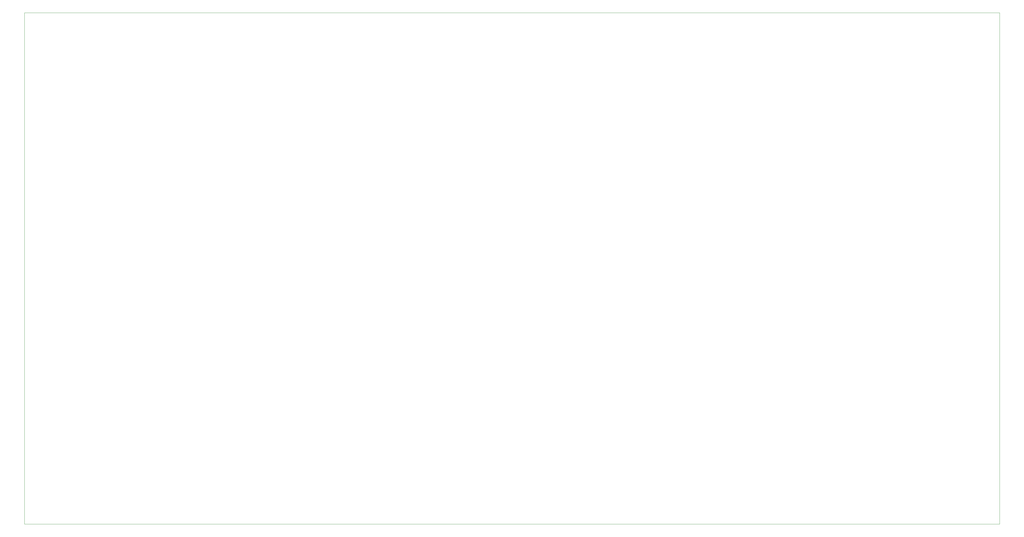
<source format=gbr>
G04 #@! TF.GenerationSoftware,KiCad,Pcbnew,(5.1.9)-1*
G04 #@! TF.CreationDate,2021-05-31T10:42:36+02:00*
G04 #@! TF.ProjectId,psMCU,70734d43-552e-46b6-9963-61645f706362,rev?*
G04 #@! TF.SameCoordinates,Original*
G04 #@! TF.FileFunction,Profile,NP*
%FSLAX46Y46*%
G04 Gerber Fmt 4.6, Leading zero omitted, Abs format (unit mm)*
G04 Created by KiCad (PCBNEW (5.1.9)-1) date 2021-05-31 10:42:36*
%MOMM*%
%LPD*%
G01*
G04 APERTURE LIST*
G04 #@! TA.AperFunction,Profile*
%ADD10C,0.050000*%
G04 #@! TD*
G04 APERTURE END LIST*
D10*
X43180000Y-53975000D02*
X367665000Y-53975000D01*
X43180000Y-224155000D02*
X43180000Y-53975000D01*
X367665000Y-224155000D02*
X43180000Y-224155000D01*
X367665000Y-53975000D02*
X367665000Y-224155000D01*
M02*

</source>
